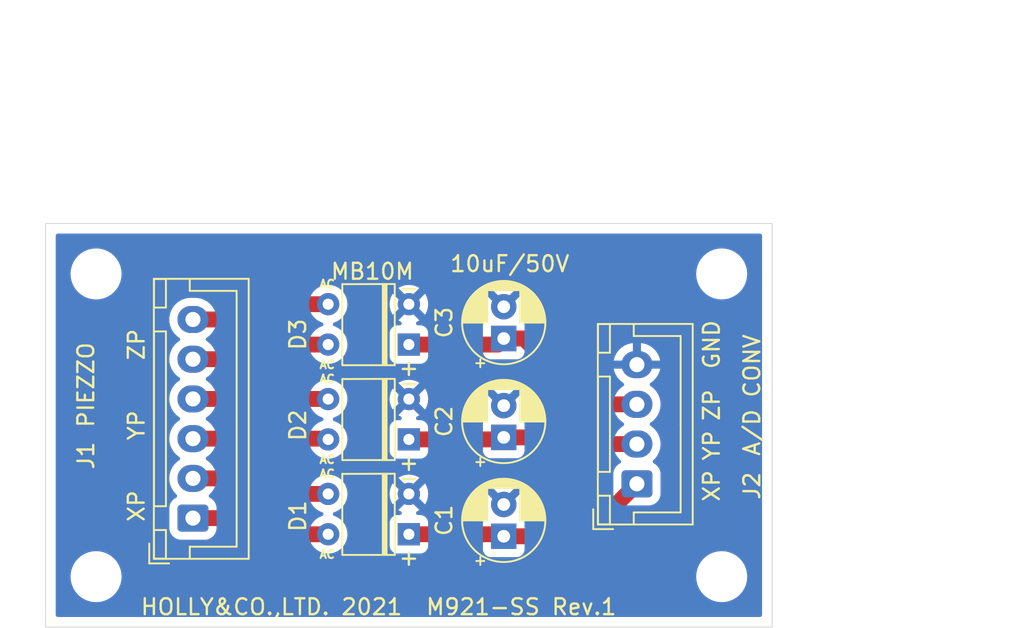
<source format=kicad_pcb>
(kicad_pcb (version 20221018) (generator pcbnew)
  (title_block (title "M921-SS SHOCK STOCK CAPACITOR FOR 3-AXIS") (date "2021-09-16") (rev "1.00") (company "HOLLY&CO.,LTD.") (comment 1 "Masafumi Horimoto"))
  (layers (0 "F.Cu" signal) (31 "B.Cu" signal) (34 "B.Paste" user) (35 "F.Paste" user) (36 "B.SilkS" user "B.Silkscreen") (37 "F.SilkS" user "F.Silkscreen") (38 "B.Mask" user) (39 "F.Mask" user) (44 "Edge.Cuts" user))
  (net 0 "")
  (net 1 "GND")
  (net 2 "Net-(C1-Pad1)")
  (net 3 "Net-(C2-Pad1)")
  (net 4 "Net-(C3-Pad1)")
  (net 5 "Net-(D1-Pad4)")
  (net 6 "Net-(D1-Pad3)")
  (net 7 "Net-(D2-Pad4)")
  (net 8 "Net-(D2-Pad3)")
  (net 9 "Net-(D3-Pad4)")
  (net 10 "Net-(D3-Pad3)")
  (footprint "Capacitor_THT:CP_Radial_D5.0mm_P2.00mm" (layer "F.Cu") (at 105.664 70.485 90)
    (fp_text reference "C1" (at 1 -3.75 90) (layer "F.SilkS"))
    (fp_text value "10uF/50V")
    (fp_line (start -1.804775 -1.475) (end -1.304775 -1.475) (stroke (width 0.12)) (layer "F.SilkS"))
    (fp_line (start -1.554775 -1.725) (end -1.554775 -1.225) (stroke (width 0.12)) (layer "F.SilkS"))
    (fp_line (start 1 -2.58) (end 1 -1.04) (stroke (width 0.12)) (layer "F.SilkS"))
    (fp_line (start 1 1.04) (end 1 2.58) (stroke (width 0.12)) (layer "F.SilkS"))
    (fp_line (start 1.04 -2.58) (end 1.04 -1.04) (stroke (width 0.12)) (layer "F.SilkS"))
    (fp_line (start 1.04 1.04) (end 1.04 2.58) (stroke (width 0.12)) (layer "F.SilkS"))
    (fp_line (start 1.08 -2.579) (end 1.08 -1.04) (stroke (width 0.12)) (layer "F.SilkS"))
    (fp_line (start 1.08 1.04) (end 1.08 2.579) (stroke (width 0.12)) (layer "F.SilkS"))
    (fp_line (start 1.12 -2.578) (end 1.12 -1.04) (stroke (width 0.12)) (layer "F.SilkS"))
    (fp_line (start 1.12 1.04) (end 1.12 2.578) (stroke (width 0.12)) (layer "F.SilkS"))
    (fp_line (start 1.16 -2.576) (end 1.16 -1.04) (stroke (width 0.12)) (layer "F.SilkS"))
    (fp_line (start 1.16 1.04) (end 1.16 2.576) (stroke (width 0.12)) (layer "F.SilkS"))
    (fp_line (start 1.2 -2.573) (end 1.2 -1.04) (stroke (width 0.12)) (layer "F.SilkS"))
    (fp_line (start 1.2 1.04) (end 1.2 2.573) (stroke (width 0.12)) (layer "F.SilkS"))
    (fp_line (start 1.24 -2.569) (end 1.24 -1.04) (stroke (width 0.12)) (layer "F.SilkS"))
    (fp_line (start 1.24 1.04) (end 1.24 2.569) (stroke (width 0.12)) (layer "F.SilkS"))
    (fp_line (start 1.28 -2.565) (end 1.28 -1.04) (stroke (width 0.12)) (layer "F.SilkS"))
    (fp_line (start 1.28 1.04) (end 1.28 2.565) (stroke (width 0.12)) (layer "F.SilkS"))
    (fp_line (start 1.32 -2.561) (end 1.32 -1.04) (stroke (width 0.12)) (layer "F.SilkS"))
    (fp_line (start 1.32 1.04) (end 1.32 2.561) (stroke (width 0.12)) (layer "F.SilkS"))
    (fp_line (start 1.36 -2.556) (end 1.36 -1.04) (stroke (width 0.12)) (layer "F.SilkS"))
    (fp_line (start 1.36 1.04) (end 1.36 2.556) (stroke (width 0.12)) (layer "F.SilkS"))
    (fp_line (start 1.4 -2.55) (end 1.4 -1.04) (stroke (width 0.12)) (layer "F.SilkS"))
    (fp_line (start 1.4 1.04) (end 1.4 2.55) (stroke (width 0.12)) (layer "F.SilkS"))
    (fp_line (start 1.44 -2.543) (end 1.44 -1.04) (stroke (width 0.12)) (layer "F.SilkS"))
    (fp_line (start 1.44 1.04) (end 1.44 2.543) (stroke (width 0.12)) (layer "F.SilkS"))
    (fp_line (start 1.48 -2.536) (end 1.48 -1.04) (stroke (width 0.12)) (layer "F.SilkS"))
    (fp_line (start 1.48 1.04) (end 1.48 2.536) (stroke (width 0.12)) (layer "F.SilkS"))
    (fp_line (start 1.52 -2.528) (end 1.52 -1.04) (stroke (width 0.12)) (layer "F.SilkS"))
    (fp_line (start 1.52 1.04) (end 1.52 2.528) (stroke (width 0.12)) (layer "F.SilkS"))
    (fp_line (start 1.56 -2.52) (end 1.56 -1.04) (stroke (width 0.12)) (layer "F.SilkS"))
    (fp_line (start 1.56 1.04) (end 1.56 2.52) (stroke (width 0.12)) (layer "F.SilkS"))
    (fp_line (start 1.6 -2.511) (end 1.6 -1.04) (stroke (width 0.12)) (layer "F.SilkS"))
    (fp_line (start 1.6 1.04) (end 1.6 2.511) (stroke (width 0.12)) (layer "F.SilkS"))
    (fp_line (start 1.64 -2.501) (end 1.64 -1.04) (stroke (width 0.12)) (layer "F.SilkS"))
    (fp_line (start 1.64 1.04) (end 1.64 2.501) (stroke (width 0.12)) (layer "F.SilkS"))
    (fp_line (start 1.68 -2.491) (end 1.68 -1.04) (stroke (width 0.12)) (layer "F.SilkS"))
    (fp_line (start 1.68 1.04) (end 1.68 2.491) (stroke (width 0.12)) (layer "F.SilkS"))
    (fp_line (start 1.721 -2.48) (end 1.721 -1.04) (stroke (width 0.12)) (layer "F.SilkS"))
    (fp_line (start 1.721 1.04) (end 1.721 2.48) (stroke (width 0.12)) (layer "F.SilkS"))
    (fp_line (start 1.761 -2.468) (end 1.761 -1.04) (stroke (width 0.12)) (layer "F.SilkS"))
    (fp_line (start 1.761 1.04) (end 1.761 2.468) (stroke (width 0.12)) (layer "F.SilkS"))
    (fp_line (start 1.801 -2.455) (end 1.801 -1.04) (stroke (width 0.12)) (layer "F.SilkS"))
    (fp_line (start 1.801 1.04) (end 1.801 2.455) (stroke (width 0.12)) (layer "F.SilkS"))
    (fp_line (start 1.841 -2.442) (end 1.841 -1.04) (stroke (width 0.12)) (layer "F.SilkS"))
    (fp_line (start 1.841 1.04) (end 1.841 2.442) (stroke (width 0.12)) (layer "F.SilkS"))
    (fp_line (start 1.881 -2.428) (end 1.881 -1.04) (stroke (width 0.12)) (layer "F.SilkS"))
    (fp_line (start 1.881 1.04) (end 1.881 2.428) (stroke (width 0.12)) (layer "F.SilkS"))
    (fp_line (start 1.921 -2.414) (end 1.921 -1.04) (stroke (width 0.12)) (layer "F.SilkS"))
    (fp_line (start 1.921 1.04) (end 1.921 2.414) (stroke (width 0.12)) (layer "F.SilkS"))
    (fp_line (start 1.961 -2.398) (end 1.961 -1.04) (stroke (width 0.12)) (layer "F.SilkS"))
    (fp_line (start 1.961 1.04) (end 1.961 2.398) (stroke (width 0.12)) (layer "F.SilkS"))
    (fp_line (start 2.001 -2.382) (end 2.001 -1.04) (stroke (width 0.12)) (layer "F.SilkS"))
    (fp_line (start 2.001 1.04) (end 2.001 2.382) (stroke (width 0.12)) (layer "F.SilkS"))
    (fp_line (start 2.041 -2.365) (end 2.041 -1.04) (stroke (width 0.12)) (layer "F.SilkS"))
    (fp_line (start 2.041 1.04) (end 2.041 2.365) (stroke (width 0.12)) (layer "F.SilkS"))
    (fp_line (start 2.081 -2.348) (end 2.081 -1.04) (stroke (width 0.12)) (layer "F.SilkS"))
    (fp_line (start 2.081 1.04) (end 2.081 2.348) (stroke (width 0.12)) (layer "F.SilkS"))
    (fp_line (start 2.121 -2.329) (end 2.121 -1.04) (stroke (width 0.12)) (layer "F.SilkS"))
    (fp_line (start 2.121 1.04) (end 2.121 2.329) (stroke (width 0.12)) (layer "F.SilkS"))
    (fp_line (start 2.161 -2.31) (end 2.161 -1.04) (stroke (width 0.12)) (layer "F.SilkS"))
    (fp_line (start 2.161 1.04) (end 2.161 2.31) (stroke (width 0.12)) (layer "F.SilkS"))
    (fp_line (start 2.201 -2.29) (end 2.201 -1.04) (stroke (width 0.12)) (layer "F.SilkS"))
    (fp_line (start 2.201 1.04) (end 2.201 2.29) (stroke (width 0.12)) (layer "F.SilkS"))
    (fp_line (start 2.241 -2.268) (end 2.241 -1.04) (stroke (width 0.12)) (layer "F.SilkS"))
    (fp_line (start 2.241 1.04) (end 2.241 2.268) (stroke (width 0.12)) (layer "F.SilkS"))
    (fp_line (start 2.281 -2.247) (end 2.281 -1.04) (stroke (width 0.12)) (layer "F.SilkS"))
    (fp_line (start 2.281 1.04) (end 2.281 2.247) (stroke (width 0.12)) (layer "F.SilkS"))
    (fp_line (start 2.321 -2.224) (end 2.321 -1.04) (stroke (width 0.12)) (layer "F.SilkS"))
    (fp_line (start 2.321 1.04) (end 2.321 2.224) (stroke (width 0.12)) (layer "F.SilkS"))
    (fp_line (start 2.361 -2.2) (end 2.361 -1.04) (stroke (width 0.12)) (layer "F.SilkS"))
    (fp_line (start 2.361 1.04) (end 2.361 2.2) (stroke (width 0.12)) (layer "F.SilkS"))
    (fp_line (start 2.401 -2.175) (end 2.401 -1.04) (stroke (width 0.12)) (layer "F.SilkS"))
    (fp_line (start 2.401 1.04) (end 2.401 2.175) (stroke (width 0.12)) (layer "F.SilkS"))
    (fp_line (start 2.441 -2.149) (end 2.441 -1.04) (stroke (width 0.12)) (layer "F.SilkS"))
    (fp_line (start 2.441 1.04) (end 2.441 2.149) (stroke (width 0.12)) (layer "F.SilkS"))
    (fp_line (start 2.481 -2.122) (end 2.481 -1.04) (stroke (width 0.12)) (layer "F.SilkS"))
    (fp_line (start 2.481 1.04) (end 2.481 2.122) (stroke (width 0.12)) (layer "F.SilkS"))
    (fp_line (start 2.521 -2.095) (end 2.521 -1.04) (stroke (width 0.12)) (layer "F.SilkS"))
    (fp_line (start 2.521 1.04) (end 2.521 2.095) (stroke (width 0.12)) (layer "F.SilkS"))
    (fp_line (start 2.561 -2.065) (end 2.561 -1.04) (stroke (width 0.12)) (layer "F.SilkS"))
    (fp_line (start 2.561 1.04) (end 2.561 2.065) (stroke (width 0.12)) (layer "F.SilkS"))
    (fp_line (start 2.601 -2.035) (end 2.601 -1.04) (stroke (width 0.12)) (layer "F.SilkS"))
    (fp_line (start 2.601 1.04) (end 2.601 2.035) (stroke (width 0.12)) (layer "F.SilkS"))
    (fp_line (start 2.641 -2.004) (end 2.641 -1.04) (stroke (width 0.12)) (layer "F.SilkS"))
    (fp_line (start 2.641 1.04) (end 2.641 2.004) (stroke (width 0.12)) (layer "F.SilkS"))
    (fp_line (start 2.681 -1.971) (end 2.681 -1.04) (stroke (width 0.12)) (layer "F.SilkS"))
    (fp_line (start 2.681 1.04) (end 2.681 1.971) (stroke (width 0.12)) (layer "F.SilkS"))
    (fp_line (start 2.721 -1.937) (end 2.721 -1.04) (stroke (width 0.12)) (layer "F.SilkS"))
    (fp_line (start 2.721 1.04) (end 2.721 1.937) (stroke (width 0.12)) (layer "F.SilkS"))
    (fp_line (start 2.761 -1.901) (end 2.761 -1.04) (stroke (width 0.12)) (layer "F.SilkS"))
    (fp_line (start 2.761 1.04) (end 2.761 1.901) (stroke (width 0.12)) (layer "F.SilkS"))
    (fp_line (start 2.801 -1.864) (end 2.801 -1.04) (stroke (width 0.12)) (layer "F.SilkS"))
    (fp_line (start 2.801 1.04) (end 2.801 1.864) (stroke (width 0.12)) (layer "F.SilkS"))
    (fp_line (start 2.841 -1.826) (end 2.841 -1.04) (stroke (width 0.12)) (layer "F.SilkS"))
    (fp_line (start 2.841 1.04) (end 2.841 1.826) (stroke (width 0.12)) (layer "F.SilkS"))
    (fp_line (start 2.881 -1.785) (end 2.881 -1.04) (stroke (width 0.12)) (layer "F.SilkS"))
    (fp_line (start 2.881 1.04) (end 2.881 1.785) (stroke (width 0.12)) (layer "F.SilkS"))
    (fp_line (start 2.921 -1.743) (end 2.921 -1.04) (stroke (width 0.12)) (layer "F.SilkS"))
    (fp_line (start 2.921 1.04) (end 2.921 1.743) (stroke (width 0.12)) (layer "F.SilkS"))
    (fp_line (start 2.961 -1.699) (end 2.961 -1.04) (stroke (width 0.12)) (layer "F.SilkS"))
    (fp_line (start 2.961 1.04) (end 2.961 1.699) (stroke (width 0.12)) (layer "F.SilkS"))
    (fp_line (start 3.001 -1.653) (end 3.001 -1.04) (stroke (width 0.12)) (layer "F.SilkS"))
    (fp_line (start 3.001 1.04) (end 3.001 1.653) (stroke (width 0.12)) (layer "F.SilkS"))
    (fp_line (start 3.041 -1.605) (end 3.041 1.605) (stroke (width 0.12)) (layer "F.SilkS"))
    (fp_line (start 3.081 -1.554) (end 3.081 1.554) (stroke (width 0.12)) (layer "F.SilkS"))
    (fp_line (start 3.121 -1.5) (end 3.121 1.5) (stroke (width 0.12)) (layer "F.SilkS"))
    (fp_line (start 3.161 -1.443) (end 3.161 1.443) (stroke (width 0.12)) (layer "F.SilkS"))
    (fp_line (start 3.201 -1.383) (end 3.201 1.383) (stroke (width 0.12)) (layer "F.SilkS"))
    (fp_line (start 3.241 -1.319) (end 3.241 1.319) (stroke (width 0.12)) (layer "F.SilkS"))
    (fp_line (start 3.281 -1.251) (end 3.281 1.251) (stroke (width 0.12)) (layer "F.SilkS"))
    (fp_line (start 3.321 -1.178) (end 3.321 1.178) (stroke (width 0.12)) (layer "F.SilkS"))
    (fp_line (start 3.361 -1.098) (end 3.361 1.098) (stroke (width 0.12)) (layer "F.SilkS"))
    (fp_line (start 3.401 -1.011) (end 3.401 1.011) (stroke (width 0.12)) (layer "F.SilkS"))
    (fp_line (start 3.441 -0.915) (end 3.441 0.915) (stroke (width 0.12)) (layer "F.SilkS"))
    (fp_line (start 3.481 -0.805) (end 3.481 0.805) (stroke (width 0.12)) (layer "F.SilkS"))
    (fp_line (start 3.521 -0.677) (end 3.521 0.677) (stroke (width 0.12)) (layer "F.SilkS"))
    (fp_line (start 3.561 -0.518) (end 3.561 0.518) (stroke (width 0.12)) (layer "F.SilkS"))
    (fp_line (start 3.601 -0.284) (end 3.601 0.284) (stroke (width 0.12)) (layer "F.SilkS"))
    (fp_circle (center 1 0) (end 3.62 0) (stroke (width 0.12)) (fill none) (layer "F.SilkS"))
    (pad "1" thru_hole rect (at 0 0 90) (size 1.6 1.6) (drill 0.8) (layers "*.Cu" "*.Mask") (net 2 "Net-(C1-Pad1)"))
    (pad "2" thru_hole circle (at 2 0 90) (size 1.6 1.6) (drill 0.8) (layers "*.Cu" "*.Mask") (net 1 "GND"))
  )
  (footprint "Capacitor_THT:CP_Radial_D5.0mm_P2.00mm" (layer "F.Cu") (at 105.664 64.262 90)
    (fp_text reference "C2" (at 1 -3.75 90) (layer "F.SilkS"))
    (fp_text value "10uF/50V")
    (fp_line (start -1.804775 -1.475) (end -1.304775 -1.475) (stroke (width 0.12)) (layer "F.SilkS"))
    (fp_line (start -1.554775 -1.725) (end -1.554775 -1.225) (stroke (width 0.12)) (layer "F.SilkS"))
    (fp_line (start 1 -2.58) (end 1 -1.04) (stroke (width 0.12)) (layer "F.SilkS"))
    (fp_line (start 1 1.04) (end 1 2.58) (stroke (width 0.12)) (layer "F.SilkS"))
    (fp_line (start 1.04 -2.58) (end 1.04 -1.04) (stroke (width 0.12)) (layer "F.SilkS"))
    (fp_line (start 1.04 1.04) (end 1.04 2.58) (stroke (width 0.12)) (layer "F.SilkS"))
    (fp_line (start 1.08 -2.579) (end 1.08 -1.04) (stroke (width 0.12)) (layer "F.SilkS"))
    (fp_line (start 1.08 1.04) (end 1.08 2.579) (stroke (width 0.12)) (layer "F.SilkS"))
    (fp_line (start 1.12 -2.578) (end 1.12 -1.04) (stroke (width 0.12)) (layer "F.SilkS"))
    (fp_line (start 1.12 1.04) (end 1.12 2.578) (stroke (width 0.12)) (layer "F.SilkS"))
    (fp_line (start 1.16 -2.576) (end 1.16 -1.04) (stroke (width 0.12)) (layer "F.SilkS"))
    (fp_line (start 1.16 1.04) (end 1.16 2.576) (stroke (width 0.12)) (layer "F.SilkS"))
    (fp_line (start 1.2 -2.573) (end 1.2 -1.04) (stroke (width 0.12)) (layer "F.SilkS"))
    (fp_line (start 1.2 1.04) (end 1.2 2.573) (stroke (width 0.12)) (layer "F.SilkS"))
    (fp_line (start 1.24 -2.569) (end 1.24 -1.04) (stroke (width 0.12)) (layer "F.SilkS"))
    (fp_line (start 1.24 1.04) (end 1.24 2.569) (stroke (width 0.12)) (layer "F.SilkS"))
    (fp_line (start 1.28 -2.565) (end 1.28 -1.04) (stroke (width 0.12)) (layer "F.SilkS"))
    (fp_line (start 1.28 1.04) (end 1.28 2.565) (stroke (width 0.12)) (layer "F.SilkS"))
    (fp_line (start 1.32 -2.561) (end 1.32 -1.04) (stroke (width 0.12)) (layer "F.SilkS"))
    (fp_line (start 1.32 1.04) (end 1.32 2.561) (stroke (width 0.12)) (layer "F.SilkS"))
    (fp_line (start 1.36 -2.556) (end 1.36 -1.04) (stroke (width 0.12)) (layer "F.SilkS"))
    (fp_line (start 1.36 1.04) (end 1.36 2.556) (stroke (width 0.12)) (layer "F.SilkS"))
    (fp_line (start 1.4 -2.55) (end 1.4 -1.04) (stroke (width 0.12)) (layer "F.SilkS"))
    (fp_line (start 1.4 1.04) (end 1.4 2.55) (stroke (width 0.12)) (layer "F.SilkS"))
    (fp_line (start 1.44 -2.543) (end 1.44 -1.04) (stroke (width 0.12)) (layer "F.SilkS"))
    (fp_line (start 1.44 1.04) (end 1.44 2.543) (stroke (width 0.12)) (layer "F.SilkS"))
    (fp_line (start 1.48 -2.536) (end 1.48 -1.04) (stroke (width 0.12)) (layer "F.SilkS"))
    (fp_line (start 1.48 1.04) (end 1.48 2.536) (stroke (width 0.12)) (layer "F.SilkS"))
    (fp_line (start 1.52 -2.528) (end 1.52 -1.04) (stroke (width 0.12)) (layer "F.SilkS"))
    (fp_line (start 1.52 1.04) (end 1.52 2.528) (stroke (width 0.12)) (layer "F.SilkS"))
    (fp_line (start 1.56 -2.52) (end 1.56 -1.04) (stroke (width 0.12)) (layer "F.SilkS"))
    (fp_line (start 1.56 1.04) (end 1.56 2.52) (stroke (width 0.12)) (layer "F.SilkS"))
    (fp_line (start 1.6 -2.511) (end 1.6 -1.04) (stroke (width 0.12)) (layer "F.SilkS"))
    (fp_line (start 1.6 1.04) (end 1.6 2.511) (stroke (width 0.12)) (layer "F.SilkS"))
    (fp_line (start 1.64 -2.501) (end 1.64 -1.04) (stroke (width 0.12)) (layer "F.SilkS"))
    (fp_line (start 1.64 1.04) (end 1.64 2.501) (stroke (width 0.12)) (layer "F.SilkS"))
    (fp_line (start 1.68 -2.491) (end 1.68 -1.04) (stroke (width 0.12)) (layer "F.SilkS"))
    (fp_line (start 1.68 1.04) (end 1.68 2.491) (stroke (width 0.12)) (layer "F.SilkS"))
    (fp_line (start 1.721 -2.48) (end 1.721 -1.04) (stroke (width 0.12)) (layer "F.SilkS"))
    (fp_line (start 1.721 1.04) (end 1.721 2.48) (stroke (width 0.12)) (layer "F.SilkS"))
    (fp_line (start 1.761 -2.468) (end 1.761 -1.04) (stroke (width 0.12)) (layer "F.SilkS"))
    (fp_line (start 1.761 1.04) (end 1.761 2.468) (stroke (width 0.12)) (layer "F.SilkS"))
    (fp_line (start 1.801 -2.455) (end 1.801 -1.04) (stroke (width 0.12)) (layer "F.SilkS"))
    (fp_line (start 1.801 1.04) (end 1.801 2.455) (stroke (width 0.12)) (layer "F.SilkS"))
    (fp_line (start 1.841 -2.442) (end 1.841 -1.04) (stroke (width 0.12)) (layer "F.SilkS"))
    (fp_line (start 1.841 1.04) (end 1.841 2.442) (stroke (width 0.12)) (layer "F.SilkS"))
    (fp_line (start 1.881 -2.428) (end 1.881 -1.04) (stroke (width 0.12)) (layer "F.SilkS"))
    (fp_line (start 1.881 1.04) (end 1.881 2.428) (stroke (width 0.12)) (layer "F.SilkS"))
    (fp_line (start 1.921 -2.414) (end 1.921 -1.04) (stroke (width 0.12)) (layer "F.SilkS"))
    (fp_line (start 1.921 1.04) (end 1.921 2.414) (stroke (width 0.12)) (layer "F.SilkS"))
    (fp_line (start 1.961 -2.398) (end 1.961 -1.04) (stroke (width 0.12)) (layer "F.SilkS"))
    (fp_line (start 1.961 1.04) (end 1.961 2.398) (stroke (width 0.12)) (layer "F.SilkS"))
    (fp_line (start 2.001 -2.382) (end 2.001 -1.04) (stroke (width 0.12)) (layer "F.SilkS"))
    (fp_line (start 2.001 1.04) (end 2.001 2.382) (stroke (width 0.12)) (layer "F.SilkS"))
    (fp_line (start 2.041 -2.365) (end 2.041 -1.04) (stroke (width 0.12)) (layer "F.SilkS"))
    (fp_line (start 2.041 1.04) (end 2.041 2.365) (stroke (width 0.12)) (layer "F.SilkS"))
    (fp_line (start 2.081 -2.348) (end 2.081 -1.04) (stroke (width 0.12)) (layer "F.SilkS"))
    (fp_line (start 2.081 1.04) (end 2.081 2.348) (stroke (width 0.12)) (layer "F.SilkS"))
    (fp_line (start 2.121 -2.329) (end 2.121 -1.04) (stroke (width 0.12)) (layer "F.SilkS"))
    (fp_line (start 2.121 1.04) (end 2.121 2.329) (stroke (width 0.12)) (layer "F.SilkS"))
    (fp_line (start 2.161 -2.31) (end 2.161 -1.04) (stroke (width 0.12)) (layer "F.SilkS"))
    (fp_line (start 2.161 1.04) (end 2.161 2.31) (stroke (width 0.12)) (layer "F.SilkS"))
    (fp_line (start 2.201 -2.29) (end 2.201 -1.04) (stroke (width 0.12)) (layer "F.SilkS"))
    (fp_line (start 2.201 1.04) (end 2.201 2.29) (stroke (width 0.12)) (layer "F.SilkS"))
    (fp_line (start 2.241 -2.268) (end 2.241 -1.04) (stroke (width 0.12)) (layer "F.SilkS"))
    (fp_line (start 2.241 1.04) (end 2.241 2.268) (stroke (width 0.12)) (layer "F.SilkS"))
    (fp_line (start 2.281 -2.247) (end 2.281 -1.04) (stroke (width 0.12)) (layer "F.SilkS"))
    (fp_line (start 2.281 1.04) (end 2.281 2.247) (stroke (width 0.12)) (layer "F.SilkS"))
    (fp_line (start 2.321 -2.224) (end 2.321 -1.04) (stroke (width 0.12)) (layer "F.SilkS"))
    (fp_line (start 2.321 1.04) (end 2.321 2.224) (stroke (width 0.12)) (layer "F.SilkS"))
    (fp_line (start 2.361 -2.2) (end 2.361 -1.04) (stroke (width 0.12)) (layer "F.SilkS"))
    (fp_line (start 2.361 1.04) (end 2.361 2.2) (stroke (width 0.12)) (layer "F.SilkS"))
    (fp_line (start 2.401 -2.175) (end 2.401 -1.04) (stroke (width 0.12)) (layer "F.SilkS"))
    (fp_line (start 2.401 1.04) (end 2.401 2.175) (stroke (width 0.12)) (layer "F.SilkS"))
    (fp_line (start 2.441 -2.149) (end 2.441 -1.04) (stroke (width 0.12)) (layer "F.SilkS"))
    (fp_line (start 2.441 1.04) (end 2.441 2.149) (stroke (width 0.12)) (layer "F.SilkS"))
    (fp_line (start 2.481 -2.122) (end 2.481 -1.04) (stroke (width 0.12)) (layer "F.SilkS"))
    (fp_line (start 2.481 1.04) (end 2.481 2.122) (stroke (width 0.12)) (layer "F.SilkS"))
    (fp_line (start 2.521 -2.095) (end 2.521 -1.04) (stroke (width 0.12)) (layer "F.SilkS"))
    (fp_line (start 2.521 1.04) (end 2.521 2.095) (stroke (width 0.12)) (layer "F.SilkS"))
    (fp_line (start 2.561 -2.065) (end 2.561 -1.04) (stroke (width 0.12)) (layer "F.SilkS"))
    (fp_line (start 2.561 1.04) (end 2.561 2.065) (stroke (width 0.12)) (layer "F.SilkS"))
    (fp_line (start 2.601 -2.035) (end 2.601 -1.04) (stroke (width 0.12)) (layer "F.SilkS"))
    (fp_line (start 2.601 1.04) (end 2.601 2.035) (stroke (width 0.12)) (layer "F.SilkS"))
    (fp_line (start 2.641 -2.004) (end 2.641 -1.04) (stroke (width 0.12)) (layer "F.SilkS"))
    (fp_line (start 2.641 1.04) (end 2.641 2.004) (stroke (width 0.12)) (layer "F.SilkS"))
    (fp_line (start 2.681 -1.971) (end 2.681 -1.04) (stroke (width 0.12)) (layer "F.SilkS"))
    (fp_line (start 2.681 1.04) (end 2.681 1.971) (stroke (width 0.12)) (layer "F.SilkS"))
    (fp_line (start 2.721 -1.937) (end 2.721 -1.04) (stroke (width 0.12)) (layer "F.SilkS"))
    (fp_line (start 2.721 1.04) (end 2.721 1.937) (stroke (width 0.12)) (layer "F.SilkS"))
    (fp_line (start 2.761 -1.901) (end 2.761 -1.04) (stroke (width 0.12)) (layer "F.SilkS"))
    (fp_line (start 2.761 1.04) (end 2.761 1.901) (stroke (width 0.12)) (layer "F.SilkS"))
    (fp_line (start 2.801 -1.864) (end 2.801 -1.04) (stroke (width 0.12)) (layer "F.SilkS"))
    (fp_line (start 2.801 1.04) (end 2.801 1.864) (stroke (width 0.12)) (layer "F.SilkS"))
    (fp_line (start 2.841 -1.826) (end 2.841 -1.04) (stroke (width 0.12)) (layer "F.SilkS"))
    (fp_line (start 2.841 1.04) (end 2.841 1.826) (stroke (width 0.12)) (layer "F.SilkS"))
    (fp_line (start 2.881 -1.785) (end 2.881 -1.04) (stroke (width 0.12)) (layer "F.SilkS"))
    (fp_line (start 2.881 1.04) (end 2.881 1.785) (stroke (width 0.12)) (layer "F.SilkS"))
    (fp_line (start 2.921 -1.743) (end 2.921 -1.04) (stroke (width 0.12)) (layer "F.SilkS"))
    (fp_line (start 2.921 1.04) (end 2.921 1.743) (stroke (width 0.12)) (layer "F.SilkS"))
    (fp_line (start 2.961 -1.699) (end 2.961 -1.04) (stroke (width 0.12)) (layer "F.SilkS"))
    (fp_line (start 2.961 1.04) (end 2.961 1.699) (stroke (width 0.12)) (layer "F.SilkS"))
    (fp_line (start 3.001 -1.653) (end 3.001 -1.04) (stroke (width 0.12)) (layer "F.SilkS"))
    (fp_line (start 3.001 1.04) (end 3.001 1.653) (stroke (width 0.12)) (layer "F.SilkS"))
    (fp_line (start 3.041 -1.605) (end 3.041 1.605) (stroke (width 0.12)) (layer "F.SilkS"))
    (fp_line (start 3.081 -1.554) (end 3.081 1.554) (stroke (width 0.12)) (layer "F.SilkS"))
    (fp_line (start 3.121 -1.5) (end 3.121 1.5) (stroke (width 0.12)) (layer "F.SilkS"))
    (fp_line (start 3.161 -1.443) (end 3.161 1.443) (stroke (width 0.12)) (layer "F.SilkS"))
    (fp_line (start 3.201 -1.383) (end 3.201 1.383) (stroke (width 0.12)) (layer "F.SilkS"))
    (fp_line (start 3.241 -1.319) (end 3.241 1.319) (stroke (width 0.12)) (layer "F.SilkS"))
    (fp_line (start 3.281 -1.251) (end 3.281 1.251) (stroke (width 0.12)) (layer "F.SilkS"))
    (fp_line (start 3.321 -1.178) (end 3.321 1.178) (stroke (width 0.12)) (layer "F.SilkS"))
    (fp_line (start 3.361 -1.098) (end 3.361 1.098) (stroke (width 0.12)) (layer "F.SilkS"))
    (fp_line (start 3.401 -1.011) (end 3.401 1.011) (stroke (width 0.12)) (layer "F.SilkS"))
    (fp_line (start 3.441 -0.915) (end 3.441 0.915) (stroke (width 0.12)) (layer "F.SilkS"))
    (fp_line (start 3.481 -0.805) (end 3.481 0.805) (stroke (width 0.12)) (layer "F.SilkS"))
    (fp_line (start 3.521 -0.677) (end 3.521 0.677) (stroke (width 0.12)) (layer "F.SilkS"))
    (fp_line (start 3.561 -0.518) (end 3.561 0.518) (stroke (width 0.12)) (layer "F.SilkS"))
    (fp_line (start 3.601 -0.284) (end 3.601 0.284) (stroke (width 0.12)) (layer "F.SilkS"))
    (fp_circle (center 1 0) (end 3.62 0) (stroke (width 0.12)) (fill none) (layer "F.SilkS"))
    (pad "1" thru_hole rect (at 0 0 90) (size 1.6 1.6) (drill 0.8) (layers "*.Cu" "*.Mask") (net 3 "Net-(C2-Pad1)"))
    (pad "2" thru_hole circle (at 2 0 90) (size 1.6 1.6) (drill 0.8) (layers "*.Cu" "*.Mask") (net 1 "GND"))
  )
  (footprint "Capacitor_THT:CP_Radial_D5.0mm_P2.00mm" (layer "F.Cu") (at 105.664 58.039 90)
    (fp_text reference "C3" (at 1 -3.75 90) (layer "F.SilkS"))
    (fp_text value "10uF/50V" (at 4.699 0.381 180) (layer "F.SilkS"))
    (fp_line (start -1.804775 -1.475) (end -1.304775 -1.475) (stroke (width 0.12)) (layer "F.SilkS"))
    (fp_line (start -1.554775 -1.725) (end -1.554775 -1.225) (stroke (width 0.12)) (layer "F.SilkS"))
    (fp_line (start 1 -2.58) (end 1 -1.04) (stroke (width 0.12)) (layer "F.SilkS"))
    (fp_line (start 1 1.04) (end 1 2.58) (stroke (width 0.12)) (layer "F.SilkS"))
    (fp_line (start 1.04 -2.58) (end 1.04 -1.04) (stroke (width 0.12)) (layer "F.SilkS"))
    (fp_line (start 1.04 1.04) (end 1.04 2.58) (stroke (width 0.12)) (layer "F.SilkS"))
    (fp_line (start 1.08 -2.579) (end 1.08 -1.04) (stroke (width 0.12)) (layer "F.SilkS"))
    (fp_line (start 1.08 1.04) (end 1.08 2.579) (stroke (width 0.12)) (layer "F.SilkS"))
    (fp_line (start 1.12 -2.578) (end 1.12 -1.04) (stroke (width 0.12)) (layer "F.SilkS"))
    (fp_line (start 1.12 1.04) (end 1.12 2.578) (stroke (width 0.12)) (layer "F.SilkS"))
    (fp_line (start 1.16 -2.576) (end 1.16 -1.04) (stroke (width 0.12)) (layer "F.SilkS"))
    (fp_line (start 1.16 1.04) (end 1.16 2.576) (stroke (width 0.12)) (layer "F.SilkS"))
    (fp_line (start 1.2 -2.573) (end 1.2 -1.04) (stroke (width 0.12)) (layer "F.SilkS"))
    (fp_line (start 1.2 1.04) (end 1.2 2.573) (stroke (width 0.12)) (layer "F.SilkS"))
    (fp_line (start 1.24 -2.569) (end 1.24 -1.04) (stroke (width 0.12)) (layer "F.SilkS"))
    (fp_line (start 1.24 1.04) (end 1.24 2.569) (stroke (width 0.12)) (layer "F.SilkS"))
    (fp_line (start 1.28 -2.565) (end 1.28 -1.04) (stroke (width 0.12)) (layer "F.SilkS"))
    (fp_line (start 1.28 1.04) (end 1.28 2.565) (stroke (width 0.12)) (layer "F.SilkS"))
    (fp_line (start 1.32 -2.561) (end 1.32 -1.04) (stroke (width 0.12)) (layer "F.SilkS"))
    (fp_line (start 1.32 1.04) (end 1.32 2.561) (stroke (width 0.12)) (layer "F.SilkS"))
    (fp_line (start 1.36 -2.556) (end 1.36 -1.04) (stroke (width 0.12)) (layer "F.SilkS"))
    (fp_line (start 1.36 1.04) (end 1.36 2.556) (stroke (width 0.12)) (layer "F.SilkS"))
    (fp_line (start 1.4 -2.55) (end 1.4 -1.04) (stroke (width 0.12)) (layer "F.SilkS"))
    (fp_line (start 1.4 1.04) (end 1.4 2.55) (stroke (width 0.12)) (layer "F.SilkS"))
    (fp_line (start 1.44 -2.543) (end 1.44 -1.04) (stroke (width 0.12)) (layer "F.SilkS"))
    (fp_line (start 1.44 1.04) (end 1.44 2.543) (stroke (width 0.12)) (layer "F.SilkS"))
    (fp_line (start 1.48 -2.536) (end 1.48 -1.04) (stroke (width 0.12)) (layer "F.SilkS"))
    (fp_line (start 1.48 1.04) (end 1.48 2.536) (stroke (width 0.12)) (layer "F.SilkS"))
    (fp_line (start 1.52 -2.528) (end 1.52 -1.04) (stroke (width 0.12)) (layer "F.SilkS"))
    (fp_line (start 1.52 1.04) (end 1.52 2.528) (stroke (width 0.12)) (layer "F.SilkS"))
    (fp_line (start 1.56 -2.52) (end 1.56 -1.04) (stroke (width 0.12)) (layer "F.SilkS"))
    (fp_line (start 1.56 1.04) (end 1.56 2.52) (stroke (width 0.12)) (layer "F.SilkS"))
    (fp_line (start 1.6 -2.511) (end 1.6 -1.04) (stroke (width 0.12)) (layer "F.SilkS"))
    (fp_line (start 1.6 1.04) (end 1.6 2.511) (stroke (width 0.12)) (layer "F.SilkS"))
    (fp_line (start 1.64 -2.501) (end 1.64 -1.04) (stroke (width 0.12)) (layer "F.SilkS"))
    (fp_line (start 1.64 1.04) (end 1.64 2.501) (stroke (width 0.12)) (layer "F.SilkS"))
    (fp_line (start 1.68 -2.491) (end 1.68 -1.04) (stroke (width 0.12)) (layer "F.SilkS"))
    (fp_line (start 1.68 1.04) (end 1.68 2.491) (stroke (width 0.12)) (layer "F.SilkS"))
    (fp_line (start 1.721 -2.48) (end 1.721 -1.04) (stroke (width 0.12)) (layer "F.SilkS"))
    (fp_line (start 1.721 1.04) (end 1.721 2.48) (stroke (width 0.12)) (layer "F.SilkS"))
    (fp_line (start 1.761 -2.468) (end 1.761 -1.04) (stroke (width 0.12)) (layer "F.SilkS"))
    (fp_line (start 1.761 1.04) (end 1.761 2.468) (stroke (width 0.12)) (layer "F.SilkS"))
    (fp_line (start 1.801 -2.455) (end 1.801 -1.04) (stroke (width 0.12)) (layer "F.SilkS"))
    (fp_line (start 1.801 1.04) (end 1.801 2.455) (stroke (width 0.12)) (layer "F.SilkS"))
    (fp_line (start 1.841 -2.442) (end 1.841 -1.04) (stroke (width 0.12)) (layer "F.SilkS"))
    (fp_line (start 1.841 1.04) (end 1.841 2.442) (stroke (width 0.12)) (layer "F.SilkS"))
    (fp_line (start 1.881 -2.428) (end 1.881 -1.04) (stroke (width 0.12)) (layer "F.SilkS"))
    (fp_line (start 1.881 1.04) (end 1.881 2.428) (stroke (width 0.12)) (layer "F.SilkS"))
    (fp_line (start 1.921 -2.414) (end 1.921 -1.04) (stroke (width 0.12)) (layer "F.SilkS"))
    (fp_line (start 1.921 1.04) (end 1.921 2.414) (stroke (width 0.12)) (layer "F.SilkS"))
    (fp_line (start 1.961 -2.398) (end 1.961 -1.04) (stroke (width 0.12)) (layer "F.SilkS"))
    (fp_line (start 1.961 1.04) (end 1.961 2.398) (stroke (width 0.12)) (layer "F.SilkS"))
    (fp_line (start 2.001 -2.382) (end 2.001 -1.04) (stroke (width 0.12)) (layer "F.SilkS"))
    (fp_line (start 2.001 1.04) (end 2.001 2.382) (stroke (width 0.12)) (layer "F.SilkS"))
    (fp_line (start 2.041 -2.365) (end 2.041 -1.04) (stroke (width 0.12)) (layer "F.SilkS"))
    (fp_line (start 2.041 1.04) (end 2.041 2.365) (stroke (width 0.12)) (layer "F.SilkS"))
    (fp_line (start 2.081 -2.348) (end 2.081 -1.04) (stroke (width 0.12)) (layer "F.SilkS"))
    (fp_line (start 2.081 1.04) (end 2.081 2.348) (stroke (width 0.12)) (layer "F.SilkS"))
    (fp_line (start 2.121 -2.329) (end 2.121 -1.04) (stroke (width 0.12)) (layer "F.SilkS"))
    (fp_line (start 2.121 1.04) (end 2.121 2.329) (stroke (width 0.12)) (layer "F.SilkS"))
    (fp_line (start 2.161 -2.31) (end 2.161 -1.04) (stroke (width 0.12)) (layer "F.SilkS"))
    (fp_line (start 2.161 1.04) (end 2.161 2.31) (stroke (width 0.12)) (layer "F.SilkS"))
    (fp_line (start 2.201 -2.29) (end 2.201 -1.04) (stroke (width 0.12)) (layer "F.SilkS"))
    (fp_line (start 2.201 1.04) (end 2.201 2.29) (stroke (width 0.12)) (layer "F.SilkS"))
    (fp_line (start 2.241 -2.268) (end 2.241 -1.04) (stroke (width 0.12)) (layer "F.SilkS"))
    (fp_line (start 2.241 1.04) (end 2.241 2.268) (stroke (width 0.12)) (layer "F.SilkS"))
    (fp_line (start 2.281 -2.247) (end 2.281 -1.04) (stroke (width 0.12)) (layer "F.SilkS"))
    (fp_line (start 2.281 1.04) (end 2.281 2.247) (stroke (width 0.12)) (layer "F.SilkS"))
    (fp_line (start 2.321 -2.224) (end 2.321 -1.04) (stroke (width 0.12)) (layer "F.SilkS"))
    (fp_line (start 2.321 1.04) (end 2.321 2.224) (stroke (width 0.12)) (layer "F.SilkS"))
    (fp_line (start 2.361 -2.2) (end 2.361 -1.04) (stroke (width 0.12)) (layer "F.SilkS"))
    (fp_line (start 2.361 1.04) (end 2.361 2.2) (stroke (width 0.12)) (layer "F.SilkS"))
    (fp_line (start 2.401 -2.175) (end 2.401 -1.04) (stroke (width 0.12)) (layer "F.SilkS"))
    (fp_line (start 2.401 1.04) (end 2.401 2.175) (stroke (width 0.12)) (layer "F.SilkS"))
    (fp_line (start 2.441 -2.149) (end 2.441 -1.04) (stroke (width 0.12)) (layer "F.SilkS"))
    (fp_line (start 2.441 1.04) (end 2.441 2.149) (stroke (width 0.12)) (layer "F.SilkS"))
    (fp_line (start 2.481 -2.122) (end 2.481 -1.04) (stroke (width 0.12)) (layer "F.SilkS"))
    (fp_line (start 2.481 1.04) (end 2.481 2.122) (stroke (width 0.12)) (layer "F.SilkS"))
    (fp_line (start 2.521 -2.095) (end 2.521 -1.04) (stroke (width 0.12)) (layer "F.SilkS"))
    (fp_line (start 2.521 1.04) (end 2.521 2.095) (stroke (width 0.12)) (layer "F.SilkS"))
    (fp_line (start 2.561 -2.065) (end 2.561 -1.04) (stroke (width 0.12)) (layer "F.SilkS"))
    (fp_line (start 2.561 1.04) (end 2.561 2.065) (stroke (width 0.12)) (layer "F.SilkS"))
    (fp_line (start 2.601 -2.035) (end 2.601 -1.04) (stroke (width 0.12)) (layer "F.SilkS"))
    (fp_line (start 2.601 1.04) (end 2.601 2.035) (stroke (width 0.12)) (layer "F.SilkS"))
    (fp_line (start 2.641 -2.004) (end 2.641 -1.04) (stroke (width 0.12)) (layer "F.SilkS"))
    (fp_line (start 2.641 1.04) (end 2.641 2.004) (stroke (width 0.12)) (layer "F.SilkS"))
    (fp_line (start 2.681 -1.971) (end 2.681 -1.04) (stroke (width 0.12)) (layer "F.SilkS"))
    (fp_line (start 2.681 1.04) (end 2.681 1.971) (stroke (width 0.12)) (layer "F.SilkS"))
    (fp_line (start 2.721 -1.937) (end 2.721 -1.04) (stroke (width 0.12)) (layer "F.SilkS"))
    (fp_line (start 2.721 1.04) (end 2.721 1.937) (stroke (width 0.12)) (layer "F.SilkS"))
    (fp_line (start 2.761 -1.901) (end 2.761 -1.04) (stroke (width 0.12)) (layer "F.SilkS"))
    (fp_line (start 2.761 1.04) (end 2.761 1.901) (stroke (width 0.12)) (layer "F.SilkS"))
    (fp_line (start 2.801 -1.864) (end 2.801 -1.04) (stroke (width 0.12)) (layer "F.SilkS"))
    (fp_line (start 2.801 1.04) (end 2.801 1.864) (stroke (width 0.12)) (layer "F.SilkS"))
    (fp_line (start 2.841 -1.826) (end 2.841 -1.04) (stroke (width 0.12)) (layer "F.SilkS"))
    (fp_line (start 2.841 1.04) (end 2.841 1.826) (stroke (width 0.12)) (layer "F.SilkS"))
    (fp_line (start 2.881 -1.785) (end 2.881 -1.04) (stroke (width 0.12)) (layer "F.SilkS"))
    (fp_line (start 2.881 1.04) (end 2.881 1.785) (stroke (width 0.12)) (layer "F.SilkS"))
    (fp_line (start 2.921 -1.743) (end 2.921 -1.04) (stroke (width 0.12)) (layer "F.SilkS"))
    (fp_line (start 2.921 1.04) (end 2.921 1.743) (stroke (width 0.12)) (layer "F.SilkS"))
    (fp_line (start 2.961 -1.699) (end 2.961 -1.04) (stroke (width 0.12)) (layer "F.SilkS"))
    (fp_line (start 2.961 1.04) (end 2.961 1.699) (stroke (width 0.12)) (layer "F.SilkS"))
    (fp_line (start 3.001 -1.653) (end 3.001 -1.04) (stroke (width 0.12)) (layer "F.SilkS"))
    (fp_line (start 3.001 1.04) (end 3.001 1.653) (stroke (width 0.12)) (layer "F.SilkS"))
    (fp_line (start 3.041 -1.605) (end 3.041 1.605) (stroke (width 0.12)) (layer "F.SilkS"))
    (fp_line (start 3.081 -1.554) (end 3.081 1.554) (stroke (width 0.12)) (layer "F.SilkS"))
    (fp_line (start 3.121 -1.5) (end 3.121 1.5) (stroke (width 0.12)) (layer "F.SilkS"))
    (fp_line (start 3.161 -1.443) (end 3.161 1.443) (stroke (width 0.12)) (layer "F.SilkS"))
    (fp_line (start 3.201 -1.383) (end 3.201 1.383) (stroke (width 0.12)) (layer "F.SilkS"))
    (fp_line (start 3.241 -1.319) (end 3.241 1.319) (stroke (width 0.12)) (layer "F.SilkS"))
    (fp_line (start 3.281 -1.251) (end 3.281 1.251) (stroke (width 0.12)) (layer "F.SilkS"))
    (fp_line (start 3.321 -1.178) (end 3.321 1.178) (stroke (width 0.12)) (layer "F.SilkS"))
    (fp_line (start 3.361 -1.098) (end 3.361 1.098) (stroke (width 0.12)) (layer "F.SilkS"))
    (fp_line (start 3.401 -1.011) (end 3.401 1.011) (stroke (width 0.12)) (layer "F.SilkS"))
    (fp_line (start 3.441 -0.915) (end 3.441 0.915) (stroke (width 0.12)) (layer "F.SilkS"))
    (fp_line (start 3.481 -0.805) (end 3.481 0.805) (stroke (width 0.12)) (layer "F.SilkS"))
    (fp_line (start 3.521 -0.677) (end 3.521 0.677) (stroke (width 0.12)) (layer "F.SilkS"))
    (fp_line (start 3.561 -0.518) (end 3.561 0.518) (stroke (width 0.12)) (layer "F.SilkS"))
    (fp_line (start 3.601 -0.284) (end 3.601 0.284) (stroke (width 0.12)) (layer "F.SilkS"))
    (fp_circle (center 1 0) (end 3.62 0) (stroke (width 0.12)) (fill none) (layer "F.SilkS"))
    (pad "1" thru_hole rect (at 0 0 90) (size 1.6 1.6) (drill 0.8) (layers "*.Cu" "*.Mask") (net 4 "Net-(C3-Pad1)"))
    (pad "2" thru_hole circle (at 2 0 90) (size 1.6 1.6) (drill 0.8) (layers "*.Cu" "*.Mask") (net 1 "GND"))
  )
  (footprint "HOLLY_LIB:MB10M" (layer "F.Cu") (at 99.695 70.358 180)
    (fp_text reference "D1" (at 6.985 1.143 90) (layer "F.SilkS"))
    (fp_text value "MB10M")
    (fp_text user "AC" (at 5.1435 -1.27) (layer "F.SilkS") (effects (font (size 0.5 0.5) (thickness 0.125))))
    (fp_text user "AC" (at 5.1435 3.81) (layer "F.SilkS") (effects (font (size 0.5 0.5) (thickness 0.125))))
    (fp_text user "+" (at 0 -1.4605) (layer "F.SilkS"))
    (fp_text user "-" (at 0 3.556) (layer "F.SilkS"))
    (fp_line (start 0.889 -1.3) (end 0.889 3.8) (stroke (width 0.12)) (layer "F.SilkS"))
    (fp_line (start 0.889 3.81) (end 4.191 3.8) (stroke (width 0.12)) (layer "F.SilkS"))
    (fp_line (start 4.191 -1.3) (end 0.889 -1.3) (stroke (width 0.12)) (layer "F.SilkS"))
    (fp_line (start 4.191 3.81) (end 4.191 -1.29) (stroke (width 0.12)) (layer "F.SilkS"))
    (fp_poly (pts (xy 1.651 3.81) (xy 1.397 3.81) (xy 1.397 -1.27) (xy 1.651 -1.27)) (stroke (width 0.1)) (fill solid) (layer "F.SilkS"))
    (pad "1" thru_hole rect (at 0 0 180) (size 1.4 1.4) (drill 0.7) (layers "*.Cu" "*.Mask") (net 2 "Net-(C1-Pad1)"))
    (pad "2" thru_hole circle (at 0 2.54 180) (size 1.4 1.4) (drill 0.7) (layers "*.Cu" "*.Mask") (net 1 "GND"))
    (pad "3" thru_hole circle (at 5.08 2.54 180) (size 1.4 1.4) (drill 0.7) (layers "*.Cu" "*.Mask") (net 6 "Net-(D1-Pad3)"))
    (pad "4" thru_hole circle (at 5.08 0 180) (size 1.4 1.4) (drill 0.7) (layers "*.Cu" "*.Mask") (net 5 "Net-(D1-Pad4)"))
  )
  (footprint "HOLLY_LIB:MB10M" (layer "F.Cu") (at 99.695 64.389 180)
    (fp_text reference "D2" (at 6.985 0.889 90) (layer "F.SilkS"))
    (fp_text value "MB10M")
    (fp_text user "AC" (at 5.1435 3.81) (layer "F.SilkS") (effects (font (size 0.5 0.5) (thickness 0.125))))
    (fp_text user "-" (at 0 3.556) (layer "F.SilkS"))
    (fp_text user "AC" (at 5.1435 -1.27) (layer "F.SilkS") (effects (font (size 0.5 0.5) (thickness 0.125))))
    (fp_text user "+" (at 0 -1.4605) (layer "F.SilkS"))
    (fp_line (start 0.889 -1.3) (end 0.889 3.8) (stroke (width 0.12)) (layer "F.SilkS"))
    (fp_line (start 0.889 3.81) (end 4.191 3.8) (stroke (width 0.12)) (layer "F.SilkS"))
    (fp_line (start 4.191 -1.3) (end 0.889 -1.3) (stroke (width 0.12)) (layer "F.SilkS"))
    (fp_line (start 4.191 3.81) (end 4.191 -1.29) (stroke (width 0.12)) (layer "F.SilkS"))
    (fp_poly (pts (xy 1.651 3.81) (xy 1.397 3.81) (xy 1.397 -1.27) (xy 1.651 -1.27)) (stroke (width 0.1)) (fill solid) (layer "F.SilkS"))
    (pad "1" thru_hole rect (at 0 0 180) (size 1.4 1.4) (drill 0.7) (layers "*.Cu" "*.Mask") (net 3 "Net-(C2-Pad1)"))
    (pad "2" thru_hole circle (at 0 2.54 180) (size 1.4 1.4) (drill 0.7) (layers "*.Cu" "*.Mask") (net 1 "GND"))
    (pad "3" thru_hole circle (at 5.08 2.54 180) (size 1.4 1.4) (drill 0.7) (layers "*.Cu" "*.Mask") (net 8 "Net-(D2-Pad3)"))
    (pad "4" thru_hole circle (at 5.08 0 180) (size 1.4 1.4) (drill 0.7) (layers "*.Cu" "*.Mask") (net 7 "Net-(D2-Pad4)"))
  )
  (footprint "HOLLY_LIB:MB10M" (layer "F.Cu") (at 99.695 58.42 180)
    (fp_text reference "D3" (at 6.985 0.635 90) (layer "F.SilkS"))
    (fp_text value "MB10M" (at 2.3 4.6) (layer "F.SilkS"))
    (fp_text user "AC" (at 5.1435 -1.27) (layer "F.SilkS") (effects (font (size 0.5 0.5) (thickness 0.125))))
    (fp_text user "+" (at 0 -1.4605) (layer "F.SilkS"))
    (fp_text user "AC" (at 5.1435 3.81) (layer "F.SilkS") (effects (font (size 0.5 0.5) (thickness 0.125))))
    (fp_text user "-" (at 0 3.556) (layer "F.SilkS"))
    (fp_line (start 0.889 -1.3) (end 0.889 3.8) (stroke (width 0.12)) (layer "F.SilkS"))
    (fp_line (start 0.889 3.81) (end 4.191 3.8) (stroke (width 0.12)) (layer "F.SilkS"))
    (fp_line (start 4.191 -1.3) (end 0.889 -1.3) (stroke (width 0.12)) (layer "F.SilkS"))
    (fp_line (start 4.191 3.81) (end 4.191 -1.29) (stroke (width 0.12)) (layer "F.SilkS"))
    (fp_poly (pts (xy 1.651 3.81) (xy 1.397 3.81) (xy 1.397 -1.27) (xy 1.651 -1.27)) (stroke (width 0.1)) (fill solid) (layer "F.SilkS"))
    (pad "1" thru_hole rect (at 0 0 180) (size 1.4 1.4) (drill 0.7) (layers "*.Cu" "*.Mask") (net 4 "Net-(C3-Pad1)"))
    (pad "2" thru_hole circle (at 0 2.54 180) (size 1.4 1.4) (drill 0.7) (layers "*.Cu" "*.Mask") (net 1 "GND"))
    (pad "3" thru_hole circle (at 5.08 2.54 180) (size 1.4 1.4) (drill 0.7) (layers "*.Cu" "*.Mask") (net 10 "Net-(D3-Pad3)"))
    (pad "4" thru_hole circle (at 5.08 0 180) (size 1.4 1.4) (drill 0.7) (layers "*.Cu" "*.Mask") (net 9 "Net-(D3-Pad4)"))
  )
  (footprint "Connector_JST:JST_XH_B6B-XH-A_1x06_P2.50mm_Vertical" (layer "F.Cu") (at 86.106 69.342 90)
    (fp_text reference "J1" (at 3.937 -6.731 90) (layer "F.SilkS"))
    (fp_text value "PIEZZO" (at 8.382 -6.731 90) (layer "F.SilkS"))
    (fp_line (start -2.85 -2.75) (end -2.85 -1.5) (stroke (width 0.12)) (layer "F.SilkS"))
    (fp_line (start -2.56 -2.46) (end -2.56 3.51) (stroke (width 0.12)) (layer "F.SilkS"))
    (fp_line (start -2.56 3.51) (end 15.06 3.51) (stroke (width 0.12)) (layer "F.SilkS"))
    (fp_line (start -2.55 -2.45) (end -2.55 -1.7) (stroke (width 0.12)) (layer "F.SilkS"))
    (fp_line (start -2.55 -1.7) (end -0.75 -1.7) (stroke (width 0.12)) (layer "F.SilkS"))
    (fp_line (start -2.55 -0.2) (end -1.8 -0.2) (stroke (width 0.12)) (layer "F.SilkS"))
    (fp_line (start -1.8 -0.2) (end -1.8 2.75) (stroke (width 0.12)) (layer "F.SilkS"))
    (fp_line (start -1.8 2.75) (end 6.25 2.75) (stroke (width 0.12)) (layer "F.SilkS"))
    (fp_line (start -1.6 -2.75) (end -2.85 -2.75) (stroke (width 0.12)) (layer "F.SilkS"))
    (fp_line (start -0.75 -2.45) (end -2.55 -2.45) (stroke (width 0.12)) (layer "F.SilkS"))
    (fp_line (start -0.75 -1.7) (end -0.75 -2.45) (stroke (width 0.12)) (layer "F.SilkS"))
    (fp_line (start 0.75 -2.45) (end 0.75 -1.7) (stroke (width 0.12)) (layer "F.SilkS"))
    (fp_line (start 0.75 -1.7) (end 11.75 -1.7) (stroke (width 0.12)) (layer "F.SilkS"))
    (fp_line (start 11.75 -2.45) (end 0.75 -2.45) (stroke (width 0.12)) (layer "F.SilkS"))
    (fp_line (start 11.75 -1.7) (end 11.75 -2.45) (stroke (width 0.12)) (layer "F.SilkS"))
    (fp_line (start 13.25 -2.45) (end 13.25 -1.7) (stroke (width 0.12)) (layer "F.SilkS"))
    (fp_line (start 13.25 -1.7) (end 15.05 -1.7) (stroke (width 0.12)) (layer "F.SilkS"))
    (fp_line (start 14.3 -0.2) (end 14.3 2.75) (stroke (width 0.12)) (layer "F.SilkS"))
    (fp_line (start 14.3 2.75) (end 6.25 2.75) (stroke (width 0.12)) (layer "F.SilkS"))
    (fp_line (start 15.05 -2.45) (end 13.25 -2.45) (stroke (width 0.12)) (layer "F.SilkS"))
    (fp_line (start 15.05 -1.7) (end 15.05 -2.45) (stroke (width 0.12)) (layer "F.SilkS"))
    (fp_line (start 15.05 -0.2) (end 14.3 -0.2) (stroke (width 0.12)) (layer "F.SilkS"))
    (fp_line (start 15.06 -2.46) (end -2.56 -2.46) (stroke (width 0.12)) (layer "F.SilkS"))
    (fp_line (start 15.06 3.51) (end 15.06 -2.46) (stroke (width 0.12)) (layer "F.SilkS"))
    (pad "1" thru_hole roundrect (at 0 0 90) (size 1.7 1.95) (drill 0.95) (layers "*.Cu" "*.Mask") (roundrect_rratio 0.147059) (net 5 "Net-(D1-Pad4)"))
    (pad "2" thru_hole oval (at 2.5 0 90) (size 1.7 1.95) (drill 0.95) (layers "*.Cu" "*.Mask") (net 6 "Net-(D1-Pad3)"))
    (pad "3" thru_hole oval (at 5 0 90) (size 1.7 1.95) (drill 0.95) (layers "*.Cu" "*.Mask") (net 7 "Net-(D2-Pad4)"))
    (pad "4" thru_hole oval (at 7.5 0 90) (size 1.7 1.95) (drill 0.95) (layers "*.Cu" "*.Mask") (net 8 "Net-(D2-Pad3)"))
    (pad "5" thru_hole oval (at 10 0 90) (size 1.7 1.95) (drill 0.95) (layers "*.Cu" "*.Mask") (net 9 "Net-(D3-Pad4)"))
    (pad "6" thru_hole oval (at 12.5 0 90) (size 1.7 1.95) (drill 0.95) (layers "*.Cu" "*.Mask") (net 10 "Net-(D3-Pad3)"))
  )
  (footprint "Connector_JST:JST_XH_B4B-XH-A_1x04_P2.50mm_Vertical" (layer "F.Cu") (at 114.046 67.183 90)
    (fp_text reference "J2" hide)
    (fp_text value "A/D CONV" (at 5.588 7.239 90) (layer "F.SilkS"))
    (fp_text user "${REFERENCE}" (at -0.127 7.239 90) (layer "F.SilkS"))
    (fp_line (start -2.85 -2.75) (end -2.85 -1.5) (stroke (width 0.12)) (layer "F.SilkS"))
    (fp_line (start -2.56 -2.46) (end -2.56 3.51) (stroke (width 0.12)) (layer "F.SilkS"))
    (fp_line (start -2.56 3.51) (end 10.06 3.51) (stroke (width 0.12)) (layer "F.SilkS"))
    (fp_line (start -2.55 -2.45) (end -2.55 -1.7) (stroke (width 0.12)) (layer "F.SilkS"))
    (fp_line (start -2.55 -1.7) (end -0.75 -1.7) (stroke (width 0.12)) (layer "F.SilkS"))
    (fp_line (start -2.55 -0.2) (end -1.8 -0.2) (stroke (width 0.12)) (layer "F.SilkS"))
    (fp_line (start -1.8 -0.2) (end -1.8 2.75) (stroke (width 0.12)) (layer "F.SilkS"))
    (fp_line (start -1.8 2.75) (end 3.75 2.75) (stroke (width 0.12)) (layer "F.SilkS"))
    (fp_line (start -1.6 -2.75) (end -2.85 -2.75) (stroke (width 0.12)) (layer "F.SilkS"))
    (fp_line (start -0.75 -2.45) (end -2.55 -2.45) (stroke (width 0.12)) (layer "F.SilkS"))
    (fp_line (start -0.75 -1.7) (end -0.75 -2.45) (stroke (width 0.12)) (layer "F.SilkS"))
    (fp_line (start 0.75 -2.45) (end 0.75 -1.7) (stroke (width 0.12)) (layer "F.SilkS"))
    (fp_line (start 0.75 -1.7) (end 6.75 -1.7) (stroke (width 0.12)) (layer "F.SilkS"))
    (fp_line (start 6.75 -2.45) (end 0.75 -2.45) (stroke (width 0.12)) (layer "F.SilkS"))
    (fp_line (start 6.75 -1.7) (end 6.75 -2.45) (stroke (width 0.12)) (layer "F.SilkS"))
    (fp_line (start 8.25 -2.45) (end 8.25 -1.7) (stroke (width 0.12)) (layer "F.SilkS"))
    (fp_line (start 8.25 -1.7) (end 10.05 -1.7) (stroke (width 0.12)) (layer "F.SilkS"))
    (fp_line (start 9.3 -0.2) (end 9.3 2.75) (stroke (width 0.12)) (layer "F.SilkS"))
    (fp_line (start 9.3 2.75) (end 3.75 2.75) (stroke (width 0.12)) (layer "F.SilkS"))
    (fp_line (start 10.05 -2.45) (end 8.25 -2.45) (stroke (width 0.12)) (layer "F.SilkS"))
    (fp_line (start 10.05 -1.7) (end 10.05 -2.45) (stroke (width 0.12)) (layer "F.SilkS"))
    (fp_line (start 10.05 -0.2) (end 9.3 -0.2) (stroke (width 0.12)) (layer "F.SilkS"))
    (fp_line (start 10.06 -2.46) (end -2.56 -2.46) (stroke (width 0.12)) (layer "F.SilkS"))
    (fp_line (start 10.06 3.51) (end 10.06 -2.46) (stroke (width 0.12)) (layer "F.SilkS"))
    (pad "1" thru_hole roundrect (at 0 0 90) (size 1.7 1.95) (drill 0.95) (layers "*.Cu" "*.Mask") (roundrect_rratio 0.147059) (net 2 "Net-(C1-Pad1)"))
    (pad "2" thru_hole oval (at 2.5 0 90) (size 1.7 1.95) (drill 0.95) (layers "*.Cu" "*.Mask") (net 3 "Net-(C2-Pad1)"))
    (pad "3" thru_hole oval (at 5 0 90) (size 1.7 1.95) (drill 0.95) (layers "*.Cu" "*.Mask") (net 4 "Net-(C3-Pad1)"))
    (pad "4" thru_hole oval (at 7.5 0 90) (size 1.7 1.95) (drill 0.95) (layers "*.Cu" "*.Mask") (net 1 "GND"))
  )
  (footprint "Mounting_Holes:MountingHole_2.7mm_M2.5" (layer "F.Cu") (at 119.38 53.975)
    (fp_text reference "REF**" hide)
    (fp_text value "MountingHole_2.7mm_M2.5" hide)
    (pad "" np_thru_hole circle (at 0 0) (size 2.7 2.7) (drill 2.7) (layers "*.Cu" "*.Mask"))
  )
  (footprint "Mounting_Holes:MountingHole_2.7mm_M2.5" (layer "F.Cu") (at 119.38 73.025)
    (fp_text reference "REF**" hide)
    (fp_text value "MountingHole_2.7mm_M2.5" hide)
    (pad "" np_thru_hole circle (at 0 0) (size 2.7 2.7) (drill 2.7) (layers "*.Cu" "*.Mask"))
  )
  (footprint "Mounting_Holes:MountingHole_2.7mm_M2.5" (layer "F.Cu") (at 80.01 73.025)
    (fp_text reference "REF**" hide)
    (fp_text value "MountingHole_2.7mm_M2.5" hide)
    (pad "" np_thru_hole circle (at 0 0) (size 2.7 2.7) (drill 2.7) (layers "*.Cu" "*.Mask"))
  )
  (footprint "Mounting_Holes:MountingHole_2.7mm_M2.5" (layer "F.Cu") (at 80.01 53.975)
    (fp_text reference "REF**" hide)
    (fp_text value "MountingHole_2.7mm_M2.5" hide)
    (pad "" np_thru_hole circle (at 0 0) (size 2.7 2.7) (drill 2.7) (layers "*.Cu" "*.Mask"))
  )
  (gr_line (start 76.835 76.2) (end 76.835 50.8) (stroke (width 0.05)) (layer "Edge.Cuts"))
  (gr_line (start 122.555 50.8) (end 122.555 76.2) (stroke (width 0.05)) (layer "Edge.Cuts"))
  (gr_line (start 122.555 76.2) (end 76.835 76.2) (stroke (width 0.05)) (layer "Edge.Cuts"))
  (gr_line (start 76.835 50.8) (end 122.555 50.8) (stroke (width 0.05)) (layer "Edge.Cuts"))
  (gr_text "ZP" (at 82.55 58.42 90) (layer "F.SilkS") (effects (font (size 1 1))))
  (gr_text "XP" (at 118.745 67.31 90) (layer "F.SilkS") (effects (font (size 1 1))))
  (gr_text "YP" (at 118.745 64.77 90) (layer "F.SilkS") (effects (font (size 1 1))))
  (gr_text "ZP" (at 118.745 62.23 90) (layer "F.SilkS") (effects (font (size 1 1))))
  (gr_text "GND" (at 118.745 58.42 90) (layer "F.SilkS") (effects (font (size 1 1))))
  (gr_text "YP" (at 82.55 63.5 90) (layer "F.SilkS") (effects (font (size 1 1))))
  (gr_text "XP" (at 82.55 68.58 90) (layer "F.SilkS") (effects (font (size 1 1))))
  (gr_text "HOLLY&CO.,LTD. 2021  M921-SS Rev.1" (at 97.79 74.93) (layer "F.SilkS") (effects (font (size 1 1))))
  (segment (start 105.664 70.485) (end 110.744 70.485) (width 1) (layer "F.Cu") (net 2))
  (segment (start 99.695 70.358) (end 105.537 70.358) (width 1) (layer "F.Cu") (net 2))
  (segment (start 105.537 70.358) (end 105.664 70.485) (width 1) (layer "F.Cu") (net 2))
  (segment (start 110.744 70.485) (end 114.046 67.183) (width 1) (layer "F.Cu") (net 2))
  (segment (start 105.537 64.389) (end 105.664 64.262) (width 1) (layer "F.Cu") (net 3))
  (segment (start 105.664 64.262) (end 109.347 64.262) (width 1) (layer "F.Cu") (net 3))
  (segment (start 109.768 64.683) (end 114.046 64.683) (width 1) (layer "F.Cu") (net 3))
  (segment (start 99.695 64.389) (end 105.537 64.389) (width 1) (layer "F.Cu") (net 3))
  (segment (start 109.347 64.262) (end 109.768 64.683) (width 1) (layer "F.Cu") (net 3))
  (segment (start 111.078 62.183) (end 114.046 62.183) (width 1) (layer "F.Cu") (net 4))
  (segment (start 106.934 58.039) (end 111.078 62.183) (width 1) (layer "F.Cu") (net 4))
  (segment (start 105.283 58.42) (end 105.664 58.039) (width 1) (layer "F.Cu") (net 4))
  (segment (start 99.695 58.42) (end 105.283 58.42) (width 1) (layer "F.Cu") (net 4))
  (segment (start 105.664 58.039) (end 106.934 58.039) (width 1) (layer "F.Cu") (net 4))
  (segment (start 90.678 70.358) (end 94.615 70.358) (width 1) (layer "F.Cu") (net 5))
  (segment (start 89.662 69.342) (end 90.678 70.358) (width 1) (layer "F.Cu") (net 5))
  (segment (start 86.106 69.342) (end 89.662 69.342) (width 1) (layer "F.Cu") (net 5))
  (segment (start 91.948 67.818) (end 94.615 67.818) (width 1) (layer "F.Cu") (net 6))
  (segment (start 86.106 66.842) (end 90.972 66.842) (width 1) (layer "F.Cu") (net 6))
  (segment (start 90.972 66.842) (end 91.948 67.818) (width 1) (layer "F.Cu") (net 6))
  (segment (start 94.568 64.342) (end 94.615 64.389) (width 1) (layer "F.Cu") (net 7))
  (segment (start 86.106 64.342) (end 94.568 64.342) (width 1) (layer "F.Cu") (net 7))
  (segment (start 94.608 61.842) (end 94.615 61.849) (width 1) (layer "F.Cu") (net 8))
  (segment (start 86.106 61.842) (end 94.608 61.842) (width 1) (layer "F.Cu") (net 8))
  (segment (start 92.075 58.42) (end 94.615 58.42) (width 1) (layer "F.Cu") (net 9))
  (segment (start 86.106 59.342) (end 91.153 59.342) (width 1) (layer "F.Cu") (net 9))
  (segment (start 91.153 59.342) (end 92.075 58.42) (width 1) (layer "F.Cu") (net 9))
  (segment (start 86.106 56.842) (end 90.478 56.842) (width 1) (layer "F.Cu") (net 10))
  (segment (start 91.44 55.88) (end 94.615 55.88) (width 1) (layer "F.Cu") (net 10))
  (segment (start 90.478 56.842) (end 91.44 55.88) (width 1) (layer "F.Cu") (net 10))
  (zone (net 1) (net_name "GND") (layer "B.Cu") (connect_pads (clearance 0.508)) (min_thickness 0.254) (fill yes (thermal_gap 0.508) (thermal_bridge_width 0.508))
    (polygon (pts (xy 121.92 75.565) (xy 77.47 75.565) (xy 77.47 51.435) (xy 121.92 51.435)))
  )
)
</source>
